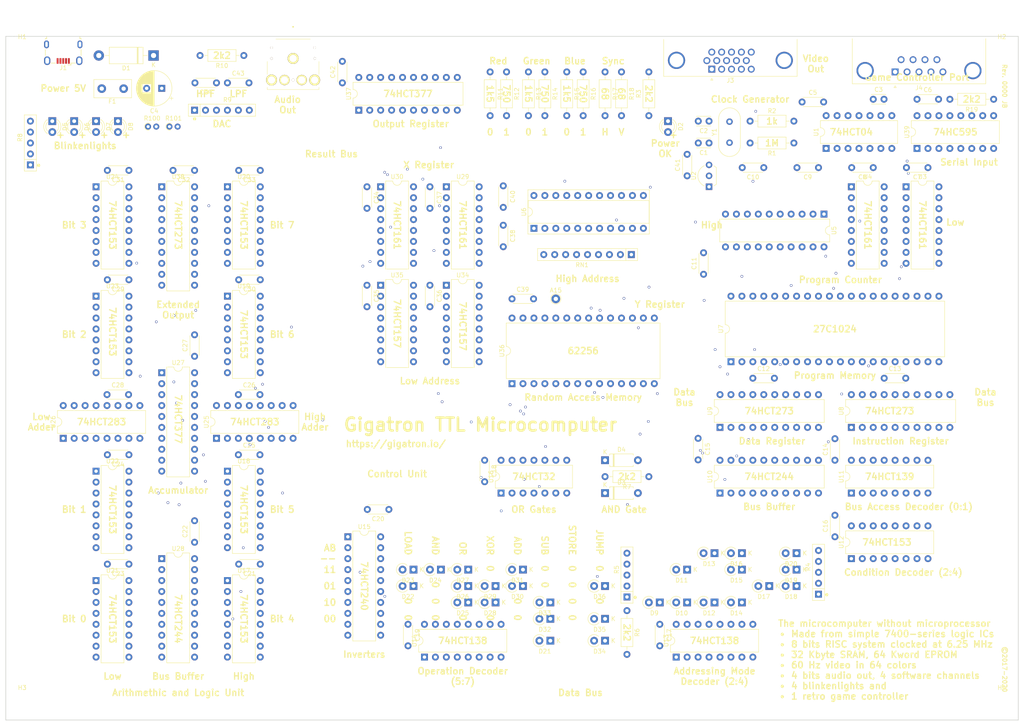
<source format=kicad_pcb>
(kicad_pcb (version 20211014) (generator pcbnew)
  (layers (0 "F.Cu" signal) (31 "B.Cu" signal) (34 "B.Paste" user) (35 "F.Paste" user) (36 "B.SilkS" user "B.Silkscreen") (37 "F.SilkS" user "F.Silkscreen") (38 "B.Mask" user) (39 "F.Mask" user) (44 "Edge.Cuts" user))
  (net 0 "")
  (net 1 "Net-(C1-Pad1)")
  (net 2 "Net-(C2-Pad1)")
  (net 3 "Net-(C3-Pad1)")
  (net 4 "CLK1")
  (net 5 "CLK2")
  (net 6 "BUS0")
  (net 7 "BUS1")
  (net 8 "BUS2")
  (net 9 "BUS3")
  (net 10 "BUS4")
  (net 11 "BUS5")
  (net 12 "BUS6")
  (net 13 "BUS7")
  (net 14 "AC0")
  (net 15 "AC1")
  (net 16 "AC2")
  (net 17 "AC3")
  (net 18 "AC4")
  (net 19 "AC5")
  (net 20 "AC6")
  (net 21 "AC7")
  (net 22 "ALU3")
  (net 23 "ALU2")
  (net 24 "ALU1")
  (net 25 "ALU0")
  (net 26 "~{AE}")
  (net 27 "Y0")
  (net 28 "Y1")
  (net 29 "Y2")
  (net 30 "Y3")
  (net 31 "Y4")
  (net 32 "Y5")
  (net 33 "Y6")
  (net 34 "/RAM/A7")
  (net 35 "/RAM/A6")
  (net 36 "/RAM/A5")
  (net 37 "/RAM/A4")
  (net 38 "/RAM/A3")
  (net 39 "/RAM/A2")
  (net 40 "/RAM/A1")
  (net 41 "/RAM/A0")
  (net 42 "D0")
  (net 43 "D1")
  (net 44 "D2")
  (net 45 "D3")
  (net 46 "X3")
  (net 47 "X2")
  (net 48 "X1")
  (net 49 "X0")
  (net 50 "D4")
  (net 51 "D5")
  (net 52 "D6")
  (net 53 "D7")
  (net 54 "X7")
  (net 55 "X6")
  (net 56 "X5")
  (net 57 "X4")
  (net 58 "/PRG/PC3")
  (net 59 "/PRG/PC2")
  (net 60 "/PRG/PC1")
  (net 61 "/PRG/PC0")
  (net 62 "/PRG/PC7")
  (net 63 "/PRG/PC6")
  (net 64 "/PRG/PC5")
  (net 65 "/PRG/PC4")
  (net 66 "ALU4")
  (net 67 "ALU5")
  (net 68 "ALU6")
  (net 69 "ALU7")
  (net 70 "Net-(U17-Pad7)")
  (net 71 "Net-(U17-Pad9)")
  (net 72 "Net-(U18-Pad9)")
  (net 73 "~{OE}")
  (net 74 "IR0")
  (net 75 "IR1")
  (net 76 "~{DE}")
  (net 77 "~{IE}")
  (net 78 "L")
  (net 79 "H")
  (net 80 "IR2")
  (net 81 "IR3")
  (net 82 "IR4")
  (net 83 "~{PL}")
  (net 84 "~{PH}")
  (net 85 "/PRG/PC11")
  (net 86 "/PRG/PC10")
  (net 87 "/PRG/PC9")
  (net 88 "/PRG/PC8")
  (net 89 "Y7")
  (net 90 "/PRG/PC15")
  (net 91 "/PRG/PC14")
  (net 92 "/PRG/PC13")
  (net 93 "/PRG/PC12")
  (net 94 "~{WE}")
  (net 95 "IR6")
  (net 96 "IR7")
  (net 97 "IR5")
  (net 98 "/PER/RED")
  (net 99 "OUT0")
  (net 100 "OUT1")
  (net 101 "/PER/GREEN")
  (net 102 "OUT2")
  (net 103 "OUT3")
  (net 104 "/PER/BLUE")
  (net 105 "OUT4")
  (net 106 "OUT5")
  (net 107 "/CU/~{J}")
  (net 108 "Net-(D7-Pad2)")
  (net 109 "Net-(D6-Pad2)")
  (net 110 "Net-(D5-Pad2)")
  (net 111 "/CU/INV_C_OUT")
  (net 112 "EL")
  (net 113 "EH")
  (net 114 "/CU/INV_A_IN")
  (net 115 "~{LD}")
  (net 116 "AR3")
  (net 117 "AR2")
  (net 118 "AR1")
  (net 119 "AR0")
  (net 120 "AL")
  (net 121 "CO")
  (net 122 "IX")
  (net 123 "~{XL}")
  (net 124 "~{YL}")
  (net 125 "~{OL}")
  (net 126 "/CU/INV_B_IN")
  (net 127 "/CU/INV_C_IN")
  (net 128 "/CU/INV_B_OUT")
  (net 129 "~{RST}")
  (net 130 "Net-(D5-Pad1)")
  (net 131 "Net-(D6-Pad1)")
  (net 132 "Net-(D7-Pad1)")
  (net 133 "Net-(R1-Pad1)")
  (net 134 "/PCR/+5V")
  (net 135 "Net-(U24-Pad7)")
  (net 136 "/CU/~{BF}")
  (net 137 "Net-(D2-Pad1)")
  (net 138 "Net-(D8-Pad1)")
  (net 139 "Net-(D8-Pad2)")
  (net 140 "Net-(U3-Pad15)")
  (net 141 "Net-(U7-Pad3)")
  (net 142 "Net-(U7-Pad4)")
  (net 143 "Net-(U7-Pad5)")
  (net 144 "Net-(U7-Pad6)")
  (net 145 "Net-(U7-Pad7)")
  (net 146 "Net-(U7-Pad8)")
  (net 147 "Net-(U7-Pad9)")
  (net 148 "Net-(U7-Pad10)")
  (net 149 "Net-(U7-Pad12)")
  (net 150 "Net-(U7-Pad13)")
  (net 151 "Net-(U7-Pad14)")
  (net 152 "Net-(U7-Pad15)")
  (net 153 "Net-(U7-Pad16)")
  (net 154 "Net-(U7-Pad17)")
  (net 155 "Net-(U7-Pad18)")
  (net 156 "Net-(U7-Pad19)")
  (net 157 "Net-(U18-Pad7)")
  (net 158 "Net-(U19-Pad7)")
  (net 159 "Net-(U19-Pad9)")
  (net 160 "Net-(U20-Pad7)")
  (net 161 "Net-(U20-Pad9)")
  (net 162 "Net-(U21-Pad7)")
  (net 163 "Net-(U21-Pad9)")
  (net 164 "Net-(U22-Pad7)")
  (net 165 "Net-(U22-Pad9)")
  (net 166 "Net-(U23-Pad7)")
  (net 167 "Net-(U23-Pad9)")
  (net 168 "Net-(U24-Pad9)")
  (net 169 "Net-(U29-Pad15)")
  (net 170 "Net-(D9-Pad1)")
  (net 171 "Net-(D10-Pad2)")
  (net 172 "Net-(D10-Pad1)")
  (net 173 "Net-(D12-Pad1)")
  (net 174 "Net-(D14-Pad1)")
  (net 175 "Net-(D17-Pad1)")
  (net 176 "Net-(D17-Pad2)")
  (net 177 "Net-(D21-Pad2)")
  (net 178 "Net-(D22-Pad1)")
  (net 179 "Net-(D22-Pad2)")
  (net 180 "Net-(D23-Pad2)")
  (net 181 "Net-(D24-Pad1)")
  (net 182 "Net-(D25-Pad1)")
  (net 183 "Net-(D25-Pad2)")
  (net 184 "Net-(D28-Pad1)")
  (net 185 "Net-(D30-Pad1)")
  (net 186 "Net-(D32-Pad1)")
  (net 187 "Net-(D32-Pad2)")
  (net 188 "Net-(R9-Pad2)")
  (net 189 "Net-(R9-Pad3)")
  (net 190 "Net-(R9-Pad4)")
  (net 191 "Net-(R9-Pad5)")
  (net 192 "Net-(U25-Pad7)")
  (net 193 "SER_DATA")
  (net 194 "OUT7")
  (net 195 "OUT6")
  (net 196 "SER_PULSE")
  (net 197 "SER_LATCH")
  (net 198 "Net-(C43-Pad1)")
  (net 199 "Net-(C44-Pad1)")
  (net 200 "GND")
  (net 201 "VCC")
  (net 222 "unconnected-(U4-Pad15)")
  (net 227 "Net-(U1-Pad10)")
  (net 229 "Net-(U1-Pad12)")
  (footprint "Capacitor_THT:C_Disc_D3.0mm_W2.0mm_P2.50mm" (layer "F.Cu") (at 182.88 48.26 180)
    (fp_text reference "C1")
    (fp_text value "47p")
  )
  (footprint "Capacitor_THT:C_Disc_D3.0mm_W2.0mm_P2.50mm" (layer "F.Cu") (at 182.88 43.18 180)
    (fp_text reference "C2")
    (fp_text value "47p")
  )
  (footprint "Capacitor_THT:C_Disc_D3.0mm_W2.0mm_P2.50mm" (layer "F.Cu") (at 220.98 38.1)
    (fp_text reference "C3")
    (fp_text value "47p")
  )
  (footprint "Resistor_THT:R_Axial_DIN0207_L6.3mm_D2.5mm_P10.16mm_Horizontal" (layer "F.Cu") (at 202.565 48.26 180)
    (fp_text reference "R1")
    (fp_text value "1M")
  )
  (footprint "Resistor_THT:R_Axial_DIN0207_L6.3mm_D2.5mm_P10.16mm_Horizontal" (layer "F.Cu") (at 192.405 43.18)
    (fp_text reference "R2")
    (fp_text value "1k")
  )
  (footprint "Crystal:Crystal_HC49-U_Vertical" (layer "F.Cu") (at 187.63 48.18 90)
    (fp_text reference "Y1")
    (fp_text value "6.25MHz/30pF")
  )
  (footprint "Fuse:Fuse_Littelfuse_395Series" (layer "F.Cu") (at 47.04 35.64 180)
    (fp_text reference "F1")
    (fp_text value "750mA/180mohms/60V")
  )
  (footprint "Connector_Dsub:DSUB-9_Female_Horizontal_P2.77x2.84mm_EdgePinOffset4.94mm_Housed_MountingHolesOffset7.48mm" (layer "F.Cu") (at 226.06 31.75 180)
    (fp_text reference "J4")
    (fp_text value "DB9_MALE_MountingHoles")
  )
  (footprint "LED_THT:LED_D3.0mm" (layer "F.Cu") (at 173.355 43.18 -90)
    (fp_text reference "D2")
    (fp_text value "LED")
  )
  (footprint "LED_THT:LED_D3.0mm" (layer "F.Cu") (at 45.72 43.18 -90)
    (fp_text reference "D8")
    (fp_text value "LED")
  )
  (footprint "LED_THT:LED_D3.0mm" (layer "F.Cu") (at 30.48 43.18 -90)
    (fp_text reference "D5")
    (fp_text value "LED")
  )
  (footprint "LED_THT:LED_D3.0mm" (layer "F.Cu") (at 35.56 43.18 -90)
    (fp_text reference "D6")
    (fp_text value "LED")
  )
  (footprint "LED_THT:LED_D3.0mm" (layer "F.Cu") (at 40.64 43.18 -90)
    (fp_text reference "D7")
    (fp_text value "LED")
  )
  (footprint "Diode_THT:D_A-405_P7.62mm_Horizontal" (layer "F.Cu") (at 158.75 129.54)
    (fp_text reference "D3")
    (fp_text value "1N60P")
  )
  (footprint "Diode_THT:D_A-405_P7.62mm_Horizontal" (layer "F.Cu") (at 158.75 121.92)
    (fp_text reference "D4")
    (fp_text value "1N60P")
  )
  (footprint "Package_TO_SOT_THT:TO-92L_Inline_Wide" (layer "F.Cu") (at 182.88 58.42 90)
    (fp_text reference "U2")
    (fp_text value "MCP100-450DI")
  )
  (footprint "Resistor_THT:R_Axial_DIN0207_L6.3mm_D2.5mm_P10.16mm_Horizontal" (layer "F.Cu") (at 168.91 41.91 90)
    (fp_text reference "R3")
    (fp_text value "2.2k")
  )
  (footprint "Resistor_THT:R_Array_SIP5" (layer "F.Cu") (at 208.28 153.035 90)
    (fp_text reference "R4")
    (fp_text value "4605X-101-222LF")
  )
  (footprint "Resistor_THT:R_Array_SIP5" (layer "F.Cu") (at 163.83 153.67 90)
    (fp_text reference "R5")
    (fp_text value "4605X-101-222LF")
  )
  (footprint "Resistor_THT:R_Axial_DIN0207_L6.3mm_D2.5mm_P10.16mm_Horizontal" (layer "F.Cu") (at 163.83 156.845 -90)
    (fp_text reference "R6")
    (fp_text value "2.2k")
  )
  (footprint "Resistor_THT:R_Axial_DIN0207_L6.3mm_D2.5mm_P10.16mm_Horizontal" (layer "F.Cu") (at 168.91 125.73 180)
    (fp_text reference "R7")
    (fp_text value "2.2k")
  )
  (footprint "Resistor_THT:R_Array_SIP5" (layer "F.Cu") (at 25.4 53.34 90)
    (fp_text reference "R8")
    (fp_text value "4605X-101-222LF")
  )
  (footprint "Resistor_THT:R_Array_SIP6" (layer "F.Cu") (at 63.5 40.64)
    (fp_text reference "R9")
    (fp_text value "R=10kohms")
  )
  (footprint "Resistor_THT:R_Axial_DIN0207_L6.3mm_D2.5mm_P10.16mm_Horizontal" (layer "F.Cu") (at 162.56 31.75 -90)
    (fp_text reference "R18")
    (fp_text value "68")
  )
  (footprint "Resistor_THT:R_Axial_DIN0207_L6.3mm_D2.5mm_P10.16mm_Horizontal" (layer "F.Cu") (at 74.93 27.94 180)
    (fp_text reference "R10")
    (fp_text value "2.2k")
  )
  (footprint "Resistor_THT:R_Axial_DIN0207_L6.3mm_D2.5mm_P10.16mm_Horizontal" (layer "F.Cu") (at 132.08 31.75 -90)
    (fp_text reference "R11")
    (fp_text value "1k5")
  )
  (footprint "Resistor_THT:R_Axial_DIN0207_L6.3mm_D2.5mm_P10.16mm_Horizontal" (layer "F.Cu") (at 135.89 31.75 -90)
    (fp_text reference "R12")
    (fp_text value "750")
  )
  (footprint "Resistor_THT:R_Axial_DIN0207_L6.3mm_D2.5mm_P10.16mm_Horizontal" (layer "F.Cu") (at 140.97 31.75 -90)
    (fp_text reference "R13")
    (fp_text value "1k5")
  )
  (footprint "Resistor_THT:R_Axial_DIN0207_L6.3mm_D2.5mm_P10.16mm_Horizontal" (layer "F.Cu") (at 144.78 31.75 -90)
    (fp_text reference "R14")
    (fp_text value "750")
  )
  (footprint "Resistor_THT:R_Axial_DIN0207_L6.3mm_D2.5mm_P10.16mm_Horizontal" (layer "F.Cu") (at 149.86 31.75 -90)
    (fp_text reference "R15")
    (fp_text value "1k5")
  )
  (footprint "Resistor_THT:R_Axial_DIN0207_L6.3mm_D2.5mm_P10.16mm_Horizontal" (layer "F.Cu") (at 153.67 31.75 -90)
    (fp_text reference "R16")
    (fp_text value "750")
  )
  (footprint "Resistor_THT:R_Axial_DIN0207_L6.3mm_D2.5mm_P10.16mm_Horizontal" (layer "F.Cu") (at 158.75 31.75 -90)
    (fp_text reference "R17")
    (fp_text value "68")
  )
  (footprint "Resistor_THT:R_Axial_DIN0207_L6.3mm_D2.5mm_P10.16mm_Horizontal" (layer "F.Cu") (at 248.92 38.1 180)
    (fp_text reference "R19")
    (fp_text value "2.2k")
  )
  (footprint "Capacitor_THT:C_Disc_D4.3mm_W1.9mm_P5.00mm" (layer "F.Cu") (at 231.14 38.1)
    (fp_text reference "C6")
    (fp_text value ".1µ")
  )
  (footprint "Capacitor_THT:CP_Radial_D8.0mm_P3.50mm" (layer "F.Cu") (at 55.88 35.56 180)
    (fp_text reference "C4")
    (fp_text value "220µ")
  )
  (footprint "Capacitor_THT:C_Disc_D4.3mm_W1.9mm_P5.00mm" (layer "F.Cu") (at 204.47 38.735)
    (fp_text reference "C5")
    (fp_text value ".1µ")
  )
  (footprint "TestPoint:TestPoint_THTPad_D2.0mm_Drill1.0mm" (layer "F.Cu") (at 147.32 84.455)
    (fp_text reference "A15")
    (fp_text value "A15")
  )
  (footprint "Capacitor_THT:C_Disc_D4.3mm_W1.9mm_P5.00mm" (layer "F.Cu") (at 233.68 53.975 180)
    (fp_text reference "C7")
    (fp_text value ".1µ")
  )
  (footprint "Capacitor_THT:C_Disc_D4.3mm_W1.9mm_P5.00mm" (layer "F.Cu") (at 220.98 53.975 180)
    (fp_text reference "C8")
    (fp_text value ".1µ")
  )
  (footprint "Capacitor_THT:C_Disc_D4.3mm_W1.9mm_P5.00mm" (layer "F.Cu") (at 208.28 53.975 180)
    (fp_text reference "C9")
    (fp_text value ".1µ")
  )
  (footprint "Capacitor_THT:C_Disc_D4.3mm_W1.9mm_P5.00mm" (layer "F.Cu") (at 195.58 53.975 180)
    (fp_text reference "C10")
    (fp_text value ".1µ")
  )
  (footprint "Capacitor_THT:C_Disc_D4.3mm_W1.9mm_P5.00mm" (layer "F.Cu") (at 181.61 78.74 90)
    (fp_text reference "C11")
    (fp_text value ".1µ")
  )
  (footprint "Capacitor_THT:C_Disc_D4.3mm_W1.9mm_P5.00mm" (layer "F.Cu") (at 193.04 102.87)
    (fp_text reference "C12")
    (fp_text value ".1µ")
  )
  (footprint "Capacitor_THT:C_Disc_D4.3mm_W1.9mm_P5.00mm" (layer "F.Cu") (at 223.52 102.87)
    (fp_text reference "C13")
    (fp_text value ".1µ")
  )
  (footprint "Capacitor_THT:C_Disc_D4.3mm_W1.9mm_P5.00mm" (layer "F.Cu") (at 212.09 121.92 90)
    (fp_text reference "C14")
    (fp_text value ".1µ")
  )
  (footprint "Capacitor_THT:C_Disc_D4.3mm_W1.9mm_P5.00mm" (layer "F.Cu") (at 180.34 116.84 -90)
    (fp_text reference "C15")
    (fp_text value ".1µ")
  )
  (footprint "Capacitor_THT:C_Disc_D4.3mm_W1.9mm_P5.00mm" (layer "F.Cu") (at 212.09 139.7 90)
    (fp_text reference "C16")
    (fp_text value ".1µ")
  )
  (footprint "Capacitor_THT:C_Disc_D4.3mm_W1.9mm_P5.00mm" (layer "F.Cu") (at 171.45 160.02 -90)
    (fp_text reference "C17")
    (fp_text value ".1µ")
  )
  (footprint "Capacitor_THT:C_Disc_D4.3mm_W1.9mm_P5.00mm" (layer "F.Cu") (at 130.81 121.92 -90)
    (fp_text reference "C18")
    (fp_text value ".1µ")
  )
  (footprint "Capacitor_THT:C_Disc_D4.3mm_W1.9mm_P5.00mm" (layer "F.Cu") (at 113.03 160.02 -90)
    (fp_text reference "C19")
    (fp_text value ".1µ")
  )
  (footprint "Capacitor_THT:C_Disc_D4.3mm_W1.9mm_P5.00mm" (layer "F.Cu") (at 108.585 133.35 180)
    (fp_text reference "C20")
    (fp_text value ".1µ")
  )
  (footprint "Capacitor_THT:C_Disc_D4.3mm_W1.9mm_P5.00mm" (layer "F.Cu") (at 78.74 146.05 180)
    (fp_text reference "C21")
    (fp_text value ".1µ")
  )
  (footprint "Capacitor_THT:C_Disc_D4.3mm_W1.9mm_P5.00mm" (layer "F.Cu") (at 63.5 140.97 90)
    (fp_text reference "C22")
    (fp_text value ".1µ")
  )
  (footprint "Capacitor_THT:C_Disc_D4.3mm_W1.9mm_P5.00mm" (layer "F.Cu") (at 48.26 146.05 180)
    (fp_text reference "C23")
    (fp_text value ".1µ")
  )
  (footprint "Capacitor_THT:C_Disc_D4.3mm_W1.9mm_P5.00mm" (layer "F.Cu") (at 48.26 120.65 180)
    (fp_text reference "C24")
    (fp_text value ".1µ")
  )
  (footprint "Capacitor_THT:C_Disc_D4.3mm_W1.9mm_P5.00mm" (layer "F.Cu") (at 73.66 120.65)
    (fp_text reference "C25")
    (fp_text value ".1µ")
  )
  (footprint "Capacitor_THT:C_Disc_D4.3mm_W1.9mm_P5.00mm" (layer "F.Cu") (at 73.66 106.68)
    (fp_text reference "C26")
    (fp_text value ".1µ")
  )
  (footprint "Capacitor_THT:C_Disc_D4.3mm_W1.9mm_P5.00mm" (layer "F.Cu") (at 63.5 97.79 90)
    (fp_text reference "C27")
    (fp_text value ".1µ")
  )
  (footprint "Capacitor_THT:C_Disc_D4.3mm_W1.9mm_P5.00mm" (layer "F.Cu") (at 43.18 106.68)
    (fp_text reference "C28")
    (fp_text value ".1µ")
  )
  (footprint "Capacitor_THT:C_Disc_D4.3mm_W1.9mm_P5.00mm" (layer "F.Cu") (at 48.26 80.01 180)
    (fp_text reference "C29")
    (fp_text value ".1µ")
  )
  (footprint "Capacitor_THT:C_Disc_D4.3mm_W1.9mm_P5.00mm" (layer "F.Cu") (at 78.74 80.01 180)
    (fp_text reference "C30")
    (fp_text value ".1µ")
  )
  (footprint "Capacitor_THT:C_Disc_D4.3mm_W1.9mm_P5.00mm" (layer "F.Cu") (at 48.26 54.61 180)
    (fp_text reference "C31")
    (fp_text value ".1µ")
  )
  (footprint "Capacitor_THT:C_Disc_D4.3mm_W1.9mm_P5.00mm" (layer "F.Cu") (at 63.5 54.61 180)
    (fp_text reference "C32")
    (fp_text value ".1µ")
  )
  (footprint "Capacitor_THT:C_Disc_D4.3mm_W1.9mm_P5.00mm" (layer "F.Cu") (at 78.74 54.61 180)
    (fp_text reference "C33")
    (fp_text value ".1µ")
  )
  (footprint "Capacitor_THT:C_Disc_D4.3mm_W1.9mm_P5.00mm" (layer "F.Cu") (at 103.505 58.42 -90)
    (fp_text reference "C34")
    (fp_text value ".1µ")
  )
  (footprint "Capacitor_THT:C_Disc_D4.3mm_W1.9mm_P5.00mm" (layer "F.Cu") (at 103.505 81.28 -90)
    (fp_text reference "C35")
    (fp_text value ".1µ")
  )
  (footprint "Capacitor_THT:C_Disc_D4.3mm_W1.9mm_P5.00mm" (layer "F.Cu") (at 118.11 81.28 -90)
    (fp_text reference "C36")
    (fp_text value ".1µ")
  )
  (footprint "Capacitor_THT:C_Disc_D4.3mm_W1.9mm_P5.00mm" (layer "F.Cu") (at 118.11 58.42 -90)
    (fp_text reference "C37")
    (fp_text value ".1µ")
  )
  (footprint "Capacitor_THT:C_Disc_D4.3mm_W1.9mm_P5.00mm" (layer "F.Cu") (at 135.128 67.35 -90)
    (fp_text reference "C38")
    (fp_text value ".1µ")
  )
  (footprint "Capacitor_THT:C_Disc_D4.3mm_W1.9mm_P5.00mm" (layer "F.Cu") (at 137.16 84.455)
    (fp_text reference "C39")
    (fp_text value ".1µ")
  )
  (footprint "Capacitor_THT:C_Disc_D4.3mm_W1.9mm_P5.00mm" (layer "F.Cu") (at 135.128 58.206 -90)
    (fp_text reference "C40")
    (fp_text value ".1µ")
  )
  (footprint "Capacitor_THT:C_Disc_D4.3mm_W1.9mm_P5.00mm" (layer "F.Cu") (at 177.8 55.88 90)
    (fp_text reference "C41")
    (fp_text value ".1µ")
  )
  (footprint "Capacitor_THT:C_Disc_D4.3mm_W1.9mm_P5.00mm" (layer "F.Cu") (at 97.79 34.29 90)
    (fp_text reference "C42")
    (fp_text value ".1µ")
  )
  (footprint "Capacitor_THT:C_Disc_D4.3mm_W1.9mm_P5.00mm" (layer "F.Cu") (at 71.12 34.29)
    (fp_text reference "C43")
    (fp_text value "0.1µ")
  )
  (footprint "Capacitor_THT:C_Disc_D4.3mm_W1.9mm_P5.00mm" (layer "F.Cu") (at 68.58 34.29 180)
    (fp_text reference "C44")
    (fp_text value "0.1µ")
  )
  (footprint "Connector_USB:USB_Micro-B_Wuerth_629105150521" (layer "F.Cu") (at 33.02 27.305 180)
    (fp_text reference "J1")
    (fp_text value "54819-0519")
  )
  (footprint "Connector_Dsub:DSUB-15-HD_Female_Horizontal_P2.29x1.98mm_EdgePinOffset3.03mm_Housed_MountingHolesOffset4.94mm" (layer "F.Cu") (at 183.515 31.115 180)
    (fp_text reference "J3")
    (fp_text value "DB15_FEMALE_HighDensity_MountingHoles")
  )
  (footprint "SamacSys_Parts_l:SJ13523N" (layer "F.Cu") (at 86.36 24.13 -90)
    (fp_text reference "J2")
    (fp_text value "CONN-JACK-STEREO-R/A-3PIN-3.5MM" hide)
  )
  (footprint "Package_DIP:DIP-16_W7.62mm" (layer "F.Cu") (at 71.12 149.86)
    (fp_text reference "U17")
    (fp_text value "74HCT153")
  )
  (footprint "Package_DIP:DIP-16_W7.62mm" (layer "F.Cu") (at 71.12 124.46)
    (fp_text reference "U18")
    (fp_text value "74HCT153")
  )
  (footprint "Package_DIP:DIP-16_W7.62mm" (layer "F.Cu") (at 71.12 83.82)
    (fp_text reference "U19")
    (fp_text value "74HCT153")
  )
  (footprint "Package_DIP:DIP-16_W7.62mm" (layer "F.Cu") (at 71.12 58.42)
    (fp_text reference "U20")
    (fp_text value "74HCT153")
  )
  (footprint "Package_DIP:DIP-16_W7.62mm" (layer "F.Cu") (at 40.64 149.86)
    (fp_text reference "U21")
    (fp_text value "74HCT153")
  )
  (footprint "Package_DIP:DIP-16_W7.62mm" (layer "F.Cu") (at 40.64 124.46)
    (fp_text reference "U22")
    (fp_text value "74HCT153")
  )
  (footprint "Package_DIP:DIP-16_W7.62mm" (layer "F.Cu") (at 40.64 83.82)
    (fp_text reference "U23")
    (fp_text value "74HCT153")
  )
  (footprint "Package_DIP:DIP-16_W7.62mm" (layer "F.Cu") (at 40.64 58.42)
    (fp_text reference "U24")
    (fp_text value "74HCT153")
  )
  (footprint "Package_DIP:DIP-16_W7.62mm" (layer "F.Cu") (at 68.58 116.84 90)
    (fp_text reference "U25")
    (fp_text value "74HCT283")
  )
  (footprint "Package_DIP:DIP-16_W7.62mm" (layer "F.Cu") (at 33.02 116.84 90)
    (fp_text reference "U26")
    (fp_text value "74HCT283")
  )
  (footprint "Package_DIP:DIP-16_W7.62mm" (layer "F.Cu") (at 215.9 129.54 90)
    (fp_text reference "U11")
    (fp_text value "74HCT139")
  )
  (footprint "Package_DIP:DIP-16_W7.62mm" (layer "F.Cu") (at 215.9 144.78 90)
    (fp_text reference "U12")
    (fp_text value "74HCT153")
  )
  (footprint "Package_DIP:DIP-16_W7.62mm" (layer "F.Cu") (at 175.26 167.64 90)
    (fp_text reference "U13")
    (fp_text value "74HCT138")
  )
  (footprint "Package_DIP:DIP-16_W7.62mm" (layer "F.Cu") (at 116.84 167.64 90)
    (fp_text reference "U14")
    (fp_text value "74HCT138")
  )
  (footprint "Package_DIP:DIP-16_W7.62mm" (layer "F.Cu") (at 121.92 58.42)
    (fp_text reference "U29")
    (fp_text value "74HCT161")
  )
  (footprint "Package_DIP:DIP-16_W7.62mm" (layer "F.Cu") (at 106.68 58.42)
    (fp_text reference "U30")
    (fp_text value "74HCT161")
  )
  (footprint "Package_DIP:DIP-16_W7.62mm" (layer "F.Cu") (at 121.92 81.28)
    (fp_text reference "U34")
    (fp_text value "74HCT157")
  )
  (footprint "Package_DIP:DIP-16_W7.62mm" (layer "F.Cu") (at 106.68 81.28)
    (fp_text reference "U35")
    (fp_text value "74HCT157")
  )
  (footprint "Package_DIP:DIP-16_W7.62mm" (layer "F.Cu") (at 228.6 58.42)
    (fp_text reference "U3")
    (fp_text value "74HCT161")
  )
  (footprint "Package_DIP:DIP-16_W7.62mm" (layer "F.Cu") (at 215.9 58.42)
    (fp_text reference "U4")
    (fp_text value "74HCT161")
  )
  (footprint "Package_DIP:DIP-16_W7.62mm" (layer "F.Cu") (at 231.14 49.53 90)
    (fp_text reference "U39")
    (fp_text value "74HC595")
  )
  (footprint "Package_DIP:DIP-28_W15.24mm" (layer "F.Cu") (at 137.16 104.14 90)
    (fp_text reference "U36")
    (fp_text value "HM62256BLP-7")
  )
  (footprint "Package_DIP:DIP-40_W15.24mm" (layer "F.Cu") (at 187.96 99.06 90)
    (fp_text reference "U7")
    (fp_text value "27C1024")
  )
  (footprint "Package_DIP:DIP-14_W7.62mm" (layer "F.Cu") (at 134.62 129.54 90)
    (fp_text reference "U16")
    (fp_text value "74HCT32")
  )
  (footprint "Package_DIP:DIP-20_W7.62mm" (layer "F.Cu") (at 215.9 114.3 90)
    (fp_text reference "U8")
    (fp_text value "74HCT273")
  )
  (footprint "Package_DIP:DIP-20_W7.62mm" (layer "F.Cu") (at 185.42 114.3 90)
    (fp_text reference "U9")
    (fp_text value "74HCT273")
  )
  (footprint "Package_DIP:DIP-20_W7.62mm" (layer "F.Cu") (at 185.42 129.54 90)
    (fp_text reference "U10")
    (fp_text value "74HCT244")
  )
  (footprint "Package_DIP:DIP-20_W7.62mm" (layer "F.Cu") (at 99.06 139.7)
    (fp_text reference "U15")
    (fp_text value "74HCT240")
  )
  (footprint "Package_DIP:DIP-20_W7.62mm" (layer "F.Cu") (at 55.88 144.78)
    (fp_text reference "U28")
    (fp_text value "74HCT244")
  )
  (footprint "Package_DIP:DIP-20_W7.62mm" (layer "F.Cu") (at 55.88 101.6)
    (fp_text reference "U27")
    (fp_text value "74HCT377")
  )
  (footprint "Package_DIP:DIP-20_W7.62mm" (layer "F.Cu") (at 55.88 58.42)
    (fp_text reference "U38")
    (fp_text value "74HCT273")
  )
  (footprint "Package_DIP:DIP-20_W7.62mm" (layer "F.Cu") (at 101.6 40.64 90)
    (fp_text reference "U37")
    (fp_text value "74HCT377")
  )
  (footprint "Diode_THT:D_DO-15_P12.70mm_Horizontal" (layer "F.Cu") (at 53.975 27.94 180)
    (fp_text reference "D1")
    (fp_text value "5.6V/5W")
  )
  (footprint "Diode_THT:D_A-405_P2.54mm_Vertical_KathodeUp" (layer "F.Cu") (at 114.3 147.32 180)
    (fp_text reference "D23")
    (fp_text value "1N60P")
  )
  (footprint "Diode_THT:D_A-405_P2.54mm_Vertical_KathodeUp" (layer "F.Cu") (at 114.3 151.13 180)
    (fp_text reference "D22")
    (fp_text value "1N60P")
  )
  (footprint "Diode_THT:D_A-405_P2.54mm_Vertical_KathodeUp" (layer "F.Cu") (at 120.65 147.32 180)
    (fp_text reference "D24")
    (fp_text value "1N60P")
  )
  (footprint "Diode_THT:D_A-405_P2.54mm_Vertical_KathodeUp" (layer "F.Cu") (at 127 154.94 180)
    (fp_text reference "D25")
    (fp_text value "1N60P")
  )
  (footprint "Diode_THT:D_A-405_P2.54mm_Vertical_KathodeUp" (layer "F.Cu") (at 127 151.13 180)
    (fp_text reference "D26")
    (fp_text value "1N60P")
  )
  (footprint "Diode_THT:D_A-405_P2.54mm_Vertical_KathodeUp" (layer "F.Cu") (at 127 147.32 180)
    (fp_text reference "D27")
    (fp_text value "1N60P")
  )
  (footprint "Diode_THT:D_A-405_P2.54mm_Vertical_KathodeUp" (layer "F.Cu") (at 133.35 154.94 180)
    (fp_text reference "D28")
    (fp_text value "1N60P")
  )
  (footprint "Diode_THT:D_A-405_P2.54mm_Vertical_KathodeUp" (layer "F.Cu") (at 133.35 151.13 180)
    (fp_text reference "D29")
    (fp_text value "1N60P")
  )
  (footprint "Diode_THT:D_A-405_P2.54mm_Vertical_KathodeUp" (layer "F.Cu") (at 139.7 151.13 180)
    (fp_text reference "D30")
    (fp_text value "1N60P")
  )
  (footprint "Diode_THT:D_A-405_P2.54mm_Vertical_KathodeUp" (layer "F.Cu") (at 139.7 147.32 180)
    (fp_text reference "D31")
    (fp_text value "1N60P")
  )
  (footprint "Diode_THT:D_A-405_P2.54mm_Vertical_KathodeUp" (layer "F.Cu") (at 146.05 163.83 180)
    (fp_text reference "D21")
    (fp_text value "1N60P")
  )
  (footprint "Diode_THT:D_A-405_P2.54mm_Vertical_KathodeUp" (layer "F.Cu") (at 146.05 158.75 180)
    (fp_text reference "D32")
    (fp_text value "1N60P")
  )
  (footprint "Diode_THT:D_A-405_P2.54mm_Vertical_KathodeUp" (layer "F.Cu") (at 146.05 154.94 180)
    (fp_text reference "D33")
    (fp_text value "1N60P")
  )
  (footprint "Diode_THT:D_A-405_P2.54mm_Vertical_KathodeUp" (layer "F.Cu") (at 158.75 163.83 180)
    (fp_text reference "D34")
    (fp_text value "1N60P")
  )
  (footprint "Diode_THT:D_A-405_P2.54mm_Vertical_KathodeUp" (layer "F.Cu") (at 158.75 158.75 180)
    (fp_text reference "D35")
    (fp_text value "1N60P")
  )
  (footprint "Diode_THT:D_A-405_P2.54mm_Vertical_KathodeUp" (layer "F.Cu") (at 158.75 151.13 180)
    (fp_text reference "D36")
    (fp_text value "1N60P")
  )
  (footprint "Diode_THT:D_A-405_P2.54mm_Vertical_KathodeUp" (layer "F.Cu") (at 171.45 154.94 180)
    (fp_text reference "D9")
    (fp_text value "1N60P")
  )
  (footprint "Diode_THT:D_A-405_P2.54mm_Vertical_KathodeUp" (layer "F.Cu") (at 177.8 154.94 180)
    (fp_text reference "D10")
    (fp_text value "1N60P")
  )
  (footprint "Diode_THT:D_A-405_P2.54mm_Vertical_KathodeUp" (layer "F.Cu") (at 177.8 147.32 180)
    (fp_text reference "D11")
    (fp_text value "1N60P")
  )
  (footprint "Diode_THT:D_A-405_P2.54mm_Vertical_KathodeUp" (layer "F.Cu") (at 184.15 154.94 180)
    (fp_text reference "D12")
    (fp_text value "1N60P")
  )
  (footprint "Diode_THT:D_A-405_P2.54mm_Vertical_KathodeUp" (layer "F.Cu") (at 184.15 143.51 180)
    (fp_text reference "D13")
    (fp_text value "1N60P")
  )
  (footprint "Diode_THT:D_A-405_P2.54mm_Vertical_KathodeUp" (layer "F.Cu") (at 190.5 147.32 180)
    (fp_text reference "D15")
    (fp_text value "1N60P")
  )
  (footprint "Diode_THT:D_A-405_P2.54mm_Vertical_KathodeUp" (layer "F.Cu") (at 190.5 143.51 180)
    (fp_text reference "D16")
    (fp_text value "1N60P")
  )
  (footprint "Diode_THT:D_A-405_P2.54mm_Vertical_KathodeUp" (layer "F.Cu") (at 196.85 151.13 180)
    (fp_text reference "D17")
    (fp_text value "1N60P")
  )
  (footprint "Diode_THT:D_A-405_P2.54mm_Vertical_KathodeUp" (layer "F.Cu") (at 203.2 151.13 180)
    (fp_text reference "D18")
    (fp_text value "1N60P")
  )
  (footprint "Diode_THT:D_A-405_P2.54mm_Vertical_KathodeUp" (layer "F.Cu") (at 203.2 147.32 180)
    (fp_text reference "D19")
    (fp_text value "1N60P")
  )
  (footprint "Diode_THT:D_A-405_P2.54mm_Vertical_KathodeUp" (layer "F.Cu") (at 203.2 143.51 180)
    (fp_text reference "D20")
    (fp_text value "1N60P")
  )
  (footprint "Diode_THT:D_A-405_P2.54mm_Vertical_KathodeUp" (layer "F.Cu") (at 190.5 154.94 180)
    (fp_text reference "D14")
    (fp_text value "1N60P")
  )
  (footprint "Resistor_THT:R_Axial_DIN0204_L3.6mm_D1.6mm_P1.90mm_Vertical" (layer "F.Cu") (at 52.705 44.45)
    (fp_text reference "R100")
    (fp_text value "1K")
  )
  (footprint "Resistor_THT:R_Axial_DIN0204_L3.6mm_D1.6mm_P1.90mm_Vertical" (layer "F.Cu") (at 57.665 44.45)
    (fp_text reference "R101")
    (fp_text value "1K")
  )
  (footprint "MountingHole:MountingHole_2.7mm_M2.5" (layer "F.Cu") (at 23.495 27.305)
    (fp_text reference "H1")
    (fp_text value "MountingHole")
  )
  (footprint "MountingHole:MountingHole_2.7mm_M2.5" (layer "F.Cu") (at 250.825 27.305)
    (fp_text reference "H2")
    (fp_text value "MountingHole")
  )
  (footprint "MountingHole:MountingHole_2.7mm_M2.5" (layer "F.Cu") (at 23.495 178.435)
    (fp_text reference "H3")
    (fp_text value "MountingHole")
  )
  (footprint "MountingHole:MountingHole_2.7mm_M2.5" (layer "F.Cu") (at 250.825 178.435)
    (fp_text reference "H4")
    (fp_text value "MountingHole")
  )
  (footprint "Package_DIP:DIP-22_W7.62mm_Socket" (layer "F.Cu") (at 142.24 68.072 90)
    (fp_text reference "U6")
    (fp_text value "74HCT374")
  )
  (footprint "Resistor_THT:R_Array_SIP9" (layer "F.Cu") (at 164.846 74.168 180)
    (fp_text reference "RN1")
    (fp_text value "R_Network08")
  )
  (footprint "Package_DIP:DIP-14_W7.62mm" (layer "F.Cu") (at 210.053 49.52 90)
    (fp_text reference "U1")
    (fp_text value "74HCT04")
  )
  (footprint "Package_DIP:DIP-20_W7.62mm" (layer "F.Cu") (at 209.55 64.77 -90)
    (fp_text reference "U5")
    (fp_text value "74HCT273")
  )
  (gr_line (start 21.59 23.495) (end 254.635 23.495) (layer "Edge.Cuts") (width 0.15))
  (gr_line (start 254.635 23.495) (end 254.635 182.245) (layer "Edge.Cuts") (width 0.15))
  (gr_line (start 19.685 182.245) (end 19.685 23.495) (layer "Edge.Cuts") (width 0.15))
  (gr_line (start 254.635 182.245) (end 19.685 182.245) (layer "Edge.Cuts") (width 0.15))
  (gr_line (start 19.685 23.495) (end 21.59 23.495) (layer "Edge.Cuts") (width 0.15))
  (gr_text "Blue" (at 151.765 29.21) (layer "F.SilkS") (effects (font (size 1.5 1.5) (thickness 0.3))))
  (gr_text "Clock Generator" (at 192.405 38.1) (layer "F.SilkS") (effects (font (size 1.5 1.5) (thickness 0.3))))
  (gr_text "0" (at 119.38 159.385 270) (layer "F.SilkS") (effects (font (size 1.5 1.5) (thickness 0.3)) (justify right)))
  (gr_text "62256" (at 153.67 96.52) (layer "F.SilkS") (effects (font (size 1.5 1.5) (thickness 0.3))))
  (gr_text "LPF" (at 73.66 36.83) (layer "F.SilkS") (effects (font (size 1.5 1.5) (thickness 0.3))))
  (gr_text "Power\nOK" (at 172.72 49.53) (layer "F.SilkS") (effects (font (size 1.5 1.5) (thickness 0.3))))
  (gr_text "74HCT32" (at 142.24 125.73) (layer "F.SilkS") (effects (font (size 1.5 1.5) (thickness 0.3))))
  (gr_text "74HCT153" (at 74.93 133.35 270) (layer "F.SilkS") (effects (font (size 1.5 1.5) (thickness 0.3))))
  (gr_text "Data\nBus" (at 177.165 107.315) (layer "F.SilkS") (effects (font (size 1.5 1.5) (thickness 0.3))))
  (gr_text "Low" (at 44.45 172.085) (layer "F.SilkS") (effects (font (size 1.5 1.5) (thickness 0.3))))
  (gr_text "Bit 0" (at 35.56 158.75) (layer "F.SilkS") (effects (font (size 1.5 1.5) (thickness 0.3))))
  (gr_text "Low\nAdder" (at 27.94 113.03) (layer "F.SilkS") (effects (font (size 1.5 1.5) (thickness 0.3))))
  (gr_text "0" (at 132.08 45.72) (layer "F.SilkS") (effects (font (size 1.5 1.5) (thickness 0.3))))
  (gr_text "Data\nBus" (at 247.015 107.315) (layer "F.SilkS") (effects (font (size 1.5 1.5) (thickness 0.3))))
  (gr_text "74HCT273" (at 196.85 110.49) (layer "F.SilkS") (effects (font (size 1.5 1.5) (thickness 0.3))))
  (gr_text "Control Unit" (at 110.49 125.095) (layer "F.SilkS") (effects (font (size 1.5 1.5) (thickness 0.3))))
  (gr_text "74HCT283" (at 77.47 113.03) (layer "F.SilkS") (effects (font (size 1.5 1.5) (thickness 0.3))))
  (gr_text "Bit 5" (at 83.82 133.35) (layer "F.SilkS") (effects (font (size 1.5 1.5) (thickness 0.3))))
  (gr_text "Output Register" (at 113.665 43.815) (layer "F.SilkS") (effects (font (size 1.5 1.5) (thickness 0.3))))
  (gr_text "0" (at 138.43 155.575 270) (layer "F.SilkS") (effects (font (size 1.5 1.5) (thickness 0.3)) (justify right)))
  (gr_text "2k2" (at 163.83 125.73) (layer "F.SilkS") (effects (font (size 1.5 1.5) (thickness 0.3))))
  (gr_text "AND" (at 119.38 144.145 270) (layer "F.SilkS") (effects (font (size 1.5 1.5) (thickness 0.3)) (justify right)))
  (gr_text "Y Register" (at 171.45 85.725) (layer "F.SilkS") (effects (font (size 1.5 1.5) (thickness 0.3))))
  (gr_text "Green" (at 142.875 29.21) (layer "F.SilkS") (effects (font (size 1.5 1.5) (thickness 0.3))))
  (gr_text "0" (at 151.13 159.385 270) (layer "F.SilkS") (effects (font (size 1.5 1.5) (thickness 0.3)) (justify right)))
  (gr_text "XOR" (at 132.08 144.145 270) (layer "F.SilkS") (effects (font (size 1.5 1.5) (thickness 0.3)) (justify right)))
  (gr_text "Bit 7" (at 83.82 67.31) (layer "F.SilkS") (effects (font (size 1.5 1.5) (thickness 0.3))))
  (gr_text "74HCT157" (at 125.73 90.805 270) (layer "F.SilkS") (effects (font (size 1.5 1.5) (thickness 0.3))))
  (gr_text "74HCT161" (at 110.49 67.31 270) (layer "F.SilkS") (effects (font (size 1.5 1.5) (thickness 0.3))))
  (gr_text "74HCT161" (at 219.71 67.31 270) (layer "F.SilkS") (effects (font (size 1.5 1.5) (thickness 0.3))))
  (gr_text "X Register" (at 111.76 53.34) (layer "F.SilkS") (effects (font (size 1.5 1.5) (thickness 0.3)) (justify left)))
  (gr_text "1k5" (at 132.08 36.83 270) (layer "F.SilkS") (effects (font (size 1.5 1.5) (thickness 0.3))))
  (gr_text "LOAD" (at 113.03 144.145 270) (layer "F.SilkS") (effects (font (size 1.5 1.5) (thickness 0.3)) (justify right)))
  (gr_text "0" (at 144.78 147.955 270) (layer "F.SilkS") (effects (font (size 1.5 1.5) (thickness 0.3)) (justify right)))
  (gr_text "Bit 6" (at 83.82 92.71) (layer "F.SilkS") (effects (font (size 1.5 1.5) (thickness 0.3))))
  (gr_text "The microcomputer without microprocessor\n• Made from simple 7400-series logic ICs\n• 8 bits RISC system clocked at 6.25 MHz\n• 32 Kbyte SRAM, 64 Kword EPROM\n• 60 Hz video in 64 colors\n• 4 bits audio out, 4 software channels\n• 4 blinkenlights and\n• 1 retro game controller\n" (at 198.755 168.275) (layer "F.SilkS") (effects (font (size 1.5 1.5) (thickness 0.3)) (justify left)))
  (gr_text "Serial Input" (at 243.205 52.705) (layer "F.SilkS") (effects (font (size 1.5 1.5) (thickness 0.3))))
  (gr_text "0" (at 140.97 45.72) (layer "F.SilkS") (effects (font (size 1.5 1.5) (thickness 0.3))))
  (gr_text "+" (at 42.545 46.355) (layer "F.SilkS") (effects (font (size 1.5 1.5) (thickness 0.3))))
  (gr_text "2k2" (at 168.91 36.83 270) (layer "F.SilkS") (effects (font (size 1.5 1.5) (thickness 0.3))))
  (gr_text "High Address" (at 154.686 79.756) (layer "F.SilkS") (effects (font (size 1.5 1.5) (thickness 0.3))))
  (gr_text "74HCT153" (at 74.93 67.31 270) (layer "F.SilkS") (effects (font (size 1.5 1.5) (thickness 0.3))))
  (gr_text "https://gigatron.io/" (at 98.425 118.11) (layer "F.SilkS") (effects (font (size 1.5 1.5) (thickness 0.3)) (justify left)))
  (gr_text "Program Memory" (at 212.09 102.235) (layer "F.SilkS") (effects (font (size 1.5 1.5) (thickness 0.3))))
  (gr_text "2k2" (at 163.83 161.925 270) (layer "F.SilkS") (effects (font (size 1.5 1.5) (thickness 0.3))))
  (gr_text "Data Bus" (at 153.035 175.895) (layer "F.SilkS") (effects (font (size 1.5 1.5) (thickness 0.3))))
  (gr_text "0" (at 157.48 155.575 270) (layer "F.SilkS") (effects (font (size 1.5 1.5) (thickness 0.3)) (justify right)))
  (gr_text "SUB" (at 144.78 144.145 270) (layer "F.SilkS") (effects (font (size 1.5 1.5) (thickness 0.3)) (justify right)))
  (gr_text "Condition Decoder (2:4)" (at 227.965 147.955) (layer "F.SilkS") (effects (font (size 1.5 1.5) (thickness 0.3))))
  (gr_text "0" (at 132.08 159.385 270) (layer "F.SilkS") (effects (font (size 1.5 1.5) (thickness 0.3)) (justify right)))
  (gr_text "74HCT153" (at 74.93 158.75 270) (layer "F.SilkS") (effects (font (size 1.5 1.5) (thickness 0.3))))
  (gr_text "1k" (at 197.485 43.18) (layer "F.SilkS") (effects (font (size 1.5 1.5) (thickness 0.3))))
  (gr_text "Bit 3" (at 35.56 67.31) (layer "F.SilkS") (effects (font (size 1.5 1.5) (thickness 0.3))))
  (gr_text "74HCT138" (at 184.15 163.83) (layer "F.SilkS") (effects (font (size 1.5 1.5) (thickness 0.3))))
  (gr_text "Data Register\n" (at 197.485 117.475) (layer "F.SilkS") (effects (font (size 1.5 1.5) (thickness 0.3))))
  (gr_text "ADD" (at 138.43 144.145 270) (layer "F.SilkS") (effects (font (size 1.5 1.5) (thickness 0.3)) (justify right)))
  (gr_text "Blinkenlights" (at 38.1 48.895) (layer "F.SilkS") (effects (font (size 1.5 1.5) (thickness 0.3))))
  (gr_text "•" (at 210.185 153.035) (layer "F.SilkS") (effects (font (size 1.5 1.5) (thickness 0.3))))
  (gr_text "Bit 2" (at 35.56 92.71) (layer "F.SilkS") (effects (font (size 1.5 1.5) (thickness 0.3))))
  (gr_text "750" (at 135.89 36.83 270) (layer "F.SilkS") (effects (font (size 1.5 1.5) (thickness 0.3))))
  (gr_text "74HCT138" (at 125.73 163.83) (layer "F.SilkS") (effects (font (size 1.5 1.5) (thickness 0.3))))
  (gr_text "•" (at 63.5 42.545) (layer "F.SilkS") (effects (font (size 1.5 1.5) (thickness 0.3))))
  (gr_text "OR" (at 125.73 144.145 270) (layer "F.SilkS") (effects (font (size 1.5 1.5) (thickness 0.3)) (justify right)))
  (gr_text "74HCT153" (at 44.45 133.35 270) (layer "F.SilkS") (effects (font (size 1.5 1.5) (thickness 0.3))))
  (gr_text "0" (at 113.03 155.575 270) (layer "F.SilkS") (effects (font (size 1.5 1.5) (thickness 0.3)) (justify right)))
  (gr_text "Rev. 0000 JB" (at 251.46 29.845 270) (layer "F.SilkS") (effects (font (size 1 1) (thickness 0.2)) (justify left)))
  (gr_text "10" (at 96.52 154.94) (layer "F.SilkS") (effects (font (size 1.5 1.5) (thickness 0.3)) (justify right)))
  (gr_text "©2017-2020" (at 251.46 175.895 270) (layer "F.SilkS") (effects (font (size 1 1) (thickness 0.2)) (justify right)))
  (gr_text "74HCT244" (at 196.85 125.73) (layer "F.SilkS") (effects (font (size 1.5 1.5) (thickness 0.3))))
  (gr_text "Sync" (at 160.655 29.21) (layer "F.SilkS") (effects (font (size 1.5 1.5) (thickness 0.3))))
  (gr_text "AB\n--" (at 96.52 143.51) (layer "F.SilkS") (effects (font (size 1.5 1.5) (thickness 0.3)) (justify right)))
  (gr_text "74HC595" (at 240.03 45.72) (layer "F.SilkS") (effects (font (size 1.5 1.5) (thickness 0.3))))
  (gr_text "Low Address" (at 118.11 103.505) (layer "F.SilkS") (effects (font (size 1.5 1.5) (thickness 0.3))))
  (gr_text "00" (at 96.52 158.75) (layer "F.SilkS") (effects (font (size 1.5 1.5) (thickness 0.3)) (justify right)))
  (gr_text "1k5" (at 149.86 36.83 270) (layer "F.SilkS") (effects (font (size 1.5 1.5) (thickness 0.3))))
  (gr_text "Game Controller Port" (at 231.14 33.02) (layer "F.SilkS") (effects (font (size 1.5 1.5) (thickness 0.3))))
  (gr_text "74HCT161" (at 125.73 67.31 270) (layer "F.SilkS") (effects (font (size 1.5 1.5) (thickness 0.3))))
  (gr_text "0" (at 151.13 151.765 270) (layer "F.SilkS") (effects (font (size 1.5 1.5) (thickness 0.3)) (justify right)))
  (gr_text "Bus Buffer" (at 196.85 132.715) (layer "F.SilkS") (effects (font (size 1.5 1.5) (thickness 0.3))))
  (gr_text "Inverters" (at 102.87 167.005) (layer "F.SilkS") (effects (font (size 1.5 1.5) (thickness 0.3))))
  (gr_text "1" (at 153.67 45.72) (layer "F.SilkS") (effects (font (size 1.5 1.5) (thickness 0.3))))
  (gr_text "Arithmethic and Logic Unit" (at 59.69 175.895) (layer "F.SilkS") (effects (font (size 1.5 1.5) (thickness 0.3))))
  (gr_text "0" (at 151.13 155.575 270) (layer "F.SilkS") (effects (font (size 1.5 1.5) (thickness 0.3)) (justify right)))
  (gr_text "Operation Decoder\n(5:7)" (at 125.73 172.085) (layer "F.SilkS") (effects (font (size 1.5 1.5) (thickness 0.3))))
  (gr_text "JUMP" (at 157.48 144.145 270) (layer "F.SilkS") (effects (font (size 1.5 1.5) (thickness 0.3)) (justify right)))
  (gr_text "H" (at 158.75 45.72) (layer "F.SilkS") (effects (font (size 1.5 1.5) (thickness 0.3))))
  (gr_text "Red" (at 133.985 29.21) (layer "F.SilkS") (effects (font (size 1.5 1.5) (thickness 0.3))))
  (gr_text "+" (at 37.465 46.355) (layer "F.SilkS") (effects (font (size 1.5 1.5) (thickness 0.3))))
  (gr_text "0" (at 119.38 155.575 270) (layer "F.SilkS") (effects (font (size 1.5 1.5) (thickness 0.3)) (justify right)))
  (gr_text "74HCT04" (at 215.9 45.72) (layer "F.SilkS") (effects (font (size 1.5 1.5) (thickness 0.3))))
  (gr_text "1k5" (at 140.97 36.83 270) (layer "F.SilkS") (effects (font (size 1.5 1.5) (thickness 0.3))))
  (gr_text "1M" (at 197.485 48.26) (layer "F.SilkS") (effects (font (size 1.5 1.5) (thickness 0.3))))
  (gr_text "Bus Access Decoder (0:1)" (at 229.235 132.715) (layer "F.SilkS") (effects (font (size 1.5 1.5) (thickness 0.3))))
  (gr_text "Bit 4" (at 83.82 158.75) (layer "F.SilkS") (effects (font (size 1.5 1.5) (thickness 0.3))))
  (gr_text "74HCT139" (at 224.79 125.73) (layer "F.SilkS") (effects (font (size 1.5 1.5) (thickness 0.3))))
  (gr_text "74HCT153" (at 224.155 140.97) (layer "F.SilkS") (effects (font (size 1.5 1.5) (thickness 0.3))))
  (gr_text "0" (at 132.08 147.955 270) (layer "F.SilkS") (effects (font (size 1.5 1.5) (thickness 0.3)) (justify right)))
  (gr_text "Audio\nOut" (at 85.09 39.37) (layer "F.SilkS") (effects (font (size 1.5 1.5) (thickness 0.3))))
  (gr_text "OR Gates" (at 142.24 133.35) (layer "F.SilkS") (effects (font (size 1.5 1.5) (thickness 0.3))))
  (gr_text "High" (at 74.93 172.085) (layer "F.SilkS") (effects (font (size 1.5 1.5) (thickness 0.3))))
  (gr_text "High" (at 183.515 67.31) (layer "F.SilkS") (effects (font (size 1.5 1.5) (thickness 0.3))))
  (gr_text "74HCT244" (at 59.69 158.75 270) (layer "F.SilkS") (effects (font (size 1.5 1.5) (thickness 0.3))))
  (gr_text "DAC" (at 69.85 43.815) (layer "F.SilkS") (effects (font (size 1.5 1.5) (thickness 0.3))))
  (gr_text "74HCT283" (at 41.91 113.03) (layer "F.SilkS") (effects (font (size 1.5 1.5) (thickness 0.3))))
  (gr_text "0" (at 151.13 147.955 270) (layer "F.SilkS") (effects (font (size 1.5 1.5) (thickness 0.3)) (justify right)))
  (gr_text "01" (at 96.52 151.13) (layer "F.SilkS") (effects (font (size 1.5 1.5) (thickness 0.3)) (justify right)))
  (gr_text "Program Counter" (at 213.36 80.01) (layer "F.SilkS") (effects (font (size 1.5 1.5) (thickness 0.3))))
  (gr_text "Gigatron TTL Microcomputer" (at 97.79 113.665) (layer "F.SilkS") (effects (font (size 3 3) (thickness 0.6)) (justify left)))
  (gr_text "STORE" (at 151.13 144.145 270) (layer "F.SilkS") (effects (font (size 1.5 1.5) (thickness 0.3)) (justify right)))
  (gr_text "68" (at 158.75 36.83 270) (layer "F.SilkS") (effects (font (size 1.5 1.5) (thickness 0.3))))
  (gr_text "+" (at 32.385 46.355) (layer "F.SilkS") (effects (font (size 1.5 1.5) (thickness 0.3))))
  (gr_text "750" (at 144.78 36.83 270) (layer "F.SilkS") (effects (font (size 1.5 1.5) (thickness 0.3))))
  (gr_text "74HCT273" (at 59.69 67.31 270) (layer "F.SilkS") (effects (font (size 1.5 1.5) (thickness 0.3))))
  (gr_text "0" (at 119.38 151.765 270) (layer "F.SilkS") (effects (font (size 1.5 1.5) (thickness 0.3)) (justify right)))
  (gr_text "+" (at 47.625 46.355) (layer "F.SilkS") (effects (font (size 1.5 1.5) (thickness 0.3))))
  (gr_text "74HCT161" (at 232.41 67.31 270) (layer "F.SilkS") (effects (font (size 1.5 1.5) (thickness 0.3))))
  (gr_text "Video\nOut" (at 207.645 29.845) (layer "F.SilkS") (effects (font (size 1.5 1.5) (thickness 0.3))))
  (gr_text "Power 5V" (at 33.02 35.56) (layer "F.SilkS") (effects (font (size 1.5 1.5) (thickness 0.3))))
  (gr_text "74HCT153" (at 74.93 92.71 270) (layer "F.SilkS") (effects (font (size 1.5 1.5) (thickness 0.3))))
  (gr_text "Addressing Mode\nDecoder (2:4)" (at 184.15 172.085) (layer "F.SilkS") (effects (font (size 1.5 1.5) (thickness 0.3))))
  (gr_text "Bus Buffer" (at 59.69 172.085) (layer "F.SilkS") (effects (font (size 1.5 1.5) (thickness 0.3))))
  (gr_text "74HCT377" (at 113.03 36.83) (layer "F.SilkS") (effects (font (size 1.5 1.5) (thickness 0.3))))
  (gr_text "Bit 1" (at 35.56 133.35) (layer "F.SilkS") (effects (font (size 1.5 1.5) (thickness 0.3))))
  (gr_text "11" (at 96.52 147.32) (layer "F.SilkS") (effects (font (size 1.5 1.5) (thickness 0.3)) (justify right)))
  (gr_text "Result Bus" (at 95.25 50.8) (layer "F.SilkS") (effects (font (size 1.5 1.5) (thickness 0.3))))
  (gr_text "HPF" (at 66.04 36.83) (layer "F.SilkS") (effects (font (size 1.5 1.5) (thickness 0.3))))
  (gr_text "Instruction Register" (at 227.33 117.475) (layer "F.SilkS") (effects (font (size 1.5 1.5) (thickness 0.3))))
  (gr_text "74HCT153" (at 44.45 158.75 270) (layer "F.SilkS") (effects (font (size 1.5 1.5) (thickness 0.3))))
  (gr_text "0" (at 125.73 159.385 270) (layer "F.SilkS") (effects (font (size 1.5 1.5) (thickness 0.3)) (justify right)))
  (gr_text "High\nAdder" (at 91.44 113.03) (layer "F.SilkS") (effects (font (size 1.5 1.5) (thickness 0.3))))
  (gr_text "68" (at 162.56 36.83 270) (layer "F.SilkS") (effects (font (size 1.5 1.5) (thickness 0.3))))
  (gr_text "2k2" (at 243.84 38.1) (layer "F.SilkS") (effects (font (size 1.5 1.5) (thickness 0.3))))
  (gr_text "2k2" (at 69.85 27.94) (layer "F.SilkS") (effects (font (size 1.5 1.5) (thickness 0.3))))
  (gr_text "74HCT157" (at 110.49 90.17 270) (layer "F.SilkS") (effects (font (size 1.5 1.5) (thickness 0.3))))
  (gr_text "0" (at 138.43 159.385 270) (layer "F.SilkS") (effects (font (size 1.5 1.5) (thickness 0.3)) (justify right)))
  (gr_text "0" (at 157.48 147.955 270) (layer "F.SilkS") (effects (font (size 1.5 1.5) (thickness 0.3)) (justify right)))
  (gr_text "0" (at 149.86 45.72) (layer "F.SilkS") (effects (font (size 1.5 1.5) (thickness 0.3))))
  (gr_text "Random Access Memory" (at 153.67 107.315) (layer "F.SilkS") (effects (font (size 1.5 1.5) (thickness 0.3))))
  (gr_text "Low" (at 240.03 66.675) (layer "F.SilkS") (effects (font (size 1.5 1.5) (thickness 0.3))))
  (gr_text "27C1024" (at 212.09 91.44) (layer "F.SilkS") (effects (font (size 1.5 1.5) (thickness 0.3))))
  (gr_text "1" (at 135.89 45.72) (layer "F.SilkS") (effects (font (size 1.5 1.5) (thickness 0.3))))
  (gr_text "74HCT153" (at 44.45 92.075 270) (layer "F.SilkS") (effects (font (size 1.5 1.5) (thickness 0.3))))
  (gr_text "0" (at 113.03 159.385 270) (layer "F.SilkS") (effects (font (size 1.5 1.5) (thickness 0.3)) (justify right)))
  (gr_text "AND Gate\n" (at 163.195 133.35) (layer "F.SilkS") (effects (font (size 1.5 1.5) (thickness 0.3))))
  (gr_text "1" (at 144.78 45.72) (layer "F.SilkS") (effects (font (size 1.5 1.5) (thickness 0.3))))
  (gr_text "74HCT273" (at 224.79 110.49) (layer "F.SilkS") (effects (font (size 1.5 1.5) (thickness 0.3))))
  (gr_text "74HCT240" (at 102.87 151.13 270) (layer "F.SilkS") (effects (font (size 1.5 1.5) (thickness 0.3))))
  (gr_text "+" (at 174.625 46.355) (layer "F.SilkS") (effects (font (size 1.5 1.5) (thickness 0.3))))
  (gr_text "•" (at 165.735 153.67) (layer "F.SilkS") (effects (font (size 1.5 1.5) (thickness 0.3))))
  (gr_text "0" (at 144.78 151.765 270) (layer "F.SilkS") (effects (font (size 1.5 1.5) (thickness 0.3)) (justify right)))
  (gr_text "750" (at 153.67 36.83 270) (layer "F.SilkS") (effects (font (size 1.5 1.5) (thickness 0.3))))
  (gr_text "Extended\nOutput" (at 59.69 86.995) (layer "F.SilkS") (effects (font (size 1.5 1.5) (thickness 0.3))))
  (gr_text "•" (at 27.305 53.34) (layer "F.SilkS") (effects (font (size 1.5 1.5) (thickness 0.3))))
  (gr_text "V" (at 162.56 45.72) (layer "F.SilkS") (effects (font (size 1.5 1.5) (thickness 0.3))))
  (gr_text "74HCT153" (at 44.45 67.31 270) (layer "F.SilkS") (effects (font (size 1.5 1.5) (thickness 0.3))))
  (gr_text "Accumulator" (at 59.69 128.905) (layer "F.SilkS") (effects (font (size 1.5 1.5) (thickness 0.3))))
  (gr_text "74HCT377" (at 59.69 112.395 270) (layer "F.SilkS") (effects (font (size 1.5 1.5) (thickness 0.3))))
  (via (at 140.286 109.5743) (size 0.6) (drill 0.4) (layers "F.Cu" "B.Cu") (net 4))
  (via (at 213.6463 106.5414) (size 0.6) (drill 0.4) (layers "F.Cu" "B.Cu") (net 4))
  (via (at 193.7161 40.8999) (size 0.6) (drill 0.4) (layers "F.Cu" "B.Cu") (net 5))
  (via (at 166.8783 115.8557) (size 0.6) (drill 0.4) (layers "F.Cu" "B.Cu") (net 6))
  (via (at 193.0716 57.1503) (size 0.6) (drill 0.4) (layers "F.Cu" "B.Cu") (net 6))
  (via (at 65.5561 120.6635) (size 0.6) (drill 0.4) (layers "F.Cu" "B.Cu") (net 6))
  (via (at 139.9882 126.3434) (size 0.6) (drill 0.4) (layers "F.Cu" "B.Cu") (net 7))
  (via (at 59.9026 132.2445) (size 0.6) (drill 0.4) (layers "F.Cu" "B.Cu") (net 7))
  (via (at 156.3128 106.1973) (size 0.6) (drill 0.4) (layers "F.Cu" "B.Cu") (net 7))
  (via (at 227.0765 79.7602) (size 0.6) (drill 0.4) (layers "F.Cu" "B.Cu") (net 8))
  (via (at 166.491 91.1691) (size 0.6) (drill 0.4) (layers "F.Cu" "B.Cu") (net 8))
  (via (at 63.7728 87.1144) (size 0.6) (drill 0.4) (layers "F.Cu" "B.Cu") (net 8))
  (via (at 227.505 76.9963) (size 0.6) (drill 0.4) (layers "F.Cu" "B.Cu") (net 9))
  (via (at 180.8619 119.6389) (size 0.6) (drill 0.4) (layers "F.Cu" "B.Cu") (net 9))
  (via (at 93.2157 112.5804) (size 0.6) (drill 0.4) (layers "F.Cu" "B.Cu") (net 10))
  (via (at 201.9316 81.3369) (size 0.6) (drill 0.4) (layers "F.Cu" "B.Cu") (net 10))
  (via (at 168.7927 112.9208) (size 0.6) (drill 0.4) (layers "F.Cu" "B.Cu") (net 10))
  (via (at 228.8412 52.4577) (size 0.6) (drill 0.4) (layers "F.Cu" "B.Cu") (net 11))
  (via (at 83.9075 129.5352) (size 0.6) (drill 0.4) (layers "F.Cu" "B.Cu") (net 11))
  (via (at 199.39 99.6889) (size 0.6) (drill 0.4) (layers "F.Cu" "B.Cu") (net 11))
  (via (at 57.3151 131.7721) (size 0.6) (drill 0.4) (layers "F.Cu" "B.Cu") (net 11))
  (via (at 211.7799 82.0026) (size 0.6) (drill 0.4) (layers "F.Cu" "B.Cu") (net 11))
  (via (at 184.2924 96.2242) (size 0.6) (drill 0.4) (layers "F.Cu" "B.Cu") (net 12))
  (via (at 229.106 55.2866) (size 0.6) (drill 0.4) (layers "F.Cu" "B.Cu") (net 12))
  (via (at 193.445 96.2242) (size 0.6) (drill 0.4) (layers "F.Cu" "B.Cu") (net 12))
  (via (at 77.6187 105.2061) (size 0.6) (drill 0.4) (layers "F.Cu" "B.Cu") (net 12))
  (via (at 209.9522 74.547) (size 0.6) (drill 0.4) (layers "F.Cu" "B.Cu") (net 12))
  (via (at 72.373 158.7694) (size 0.6) (drill 0.4) (layers "F.Cu" "B.Cu") (net 12))
  (via (at 212.3336 78.5075) (size 0.6) (drill 0.4) (layers "F.Cu" "B.Cu") (net 13))
  (via (at 163.1366 84.3315) (size 0.6) (drill 0.4) (layers "F.Cu" "B.Cu") (net 13))
  (via (at 181.7437 84.8083) (size 0.6) (drill 0.4) (layers "F.Cu" "B.Cu") (net 13))
  (via (at 189.296 120.9316) (size 0.6) (drill 0.4) (layers "F.Cu" "B.Cu") (net 13))
  (via (at 55.0811 129.54) (size 0.6) (drill 0.4) (layers "F.Cu" "B.Cu") (net 15))
  (via (at 54.6214 89.7813) (size 0.6) (drill 0.4) (layers "F.Cu" "B.Cu") (net 16))
  (via (at 60.7358 112.6501) (size 0.6) (drill 0.4) (layers "F.Cu" "B.Cu") (net 18))
  (via (at 66.0064 126.8155) (size 0.6) (drill 0.4) (layers "F.Cu" "B.Cu") (net 19))
  (via (at 58.7472 88.3354) (size 0.6) (drill 0.4) (layers "F.Cu" "B.Cu") (net 20))
  (via (at 59.326 108.642) (size 0.6) (drill 0.4) (layers "F.Cu" "B.Cu") (net 21))
  (via (at 58.6881 103.7344) (size 0.6) (drill 0.4) (layers "F.Cu" "B.Cu") (net 22))
  (via (at 66.8035 62.825) (size 0.6) (drill 0.4) (layers "F.Cu" "B.Cu") (net 22))
  (via (at 108.9907 67.7891) (size 0.6) (drill 0.4) (layers "F.Cu" "B.Cu") (net 22))
  (via (at 79.8606 112.8784) (size 0.6) (drill 0.4) (layers "F.Cu" "B.Cu") (net 23))
  (via (at 149.4137 57.1303) (size 0.6) (drill 0.4) (layers "F.Cu" "B.Cu") (net 23))
  (via (at 116.4651 56.6456) (size 0.6) (drill 0.4) (layers "F.Cu" "B.Cu") (net 23))
  (via (at 80.6603 114.3027) (size 0.6) (drill 0.4) (layers "F.Cu" "B.Cu") (net 25))
  (via (at 104.2025 75.8005) (size 0.6) (drill 0.4) (layers "F.Cu" "B.Cu") (net 25))
  (via (at 179.732 66.6137) (size 0.6) (drill 0.4) (layers "F.Cu" "B.Cu") (net 27))
  (via (at 161.4039 66.1284) (size 0.6) (drill 0.4) (layers "F.Cu" "B.Cu") (net 30))
  (via (at 120.0582 106.4367) (size 0.6) (drill 0.4) (layers "F.Cu" "B.Cu") (net 37))
  (via (at 139.1158 110.5073) (size 0.6) (drill 0.4) (layers "F.Cu" "B.Cu") (net 43))
  (via (at 136.7071 109.0151) (size 0.6) (drill 0.4) (layers "F.Cu" "B.Cu") (net 44))
  (via (at 139.8556 111.1645) (size 0.6) (drill 0.4) (layers "F.Cu" "B.Cu") (net 45))
  (via (at 120.937 108.3436) (size 0.6) (drill 0.4) (layers "F.Cu" "B.Cu") (net 50))
  (via (at 192.044 117.1184) (size 0.6) (drill 0.4) (layers "F.Cu" "B.Cu") (net 53))
  (via (at 127.6946 113.0355) (size 0.6) (drill 0.4) (layers "F.Cu" "B.Cu") (net 53))
  (via (at 107.62 55.0727) (size 0.6) (drill 0.4) (layers "F.Cu" "B.Cu") (net 66))
  (via (at 120.5709 49.3345) (size 0.6) (drill 0.4) (layers "F.Cu" "B.Cu") (net 66))
  (via (at 102.5476 76.8531) (size 0.6) (drill 0.4) (layers "F.Cu" "B.Cu") (net 67))
  (via (at 76.365 118.3025) (size 0.6) (drill 0.4) (layers "F.Cu" "B.Cu") (net 67))
  (via (at 120.3277 62.8327) (size 0.6) (drill 0.4) (layers "F.Cu" "B.Cu") (net 67))
  (via (at 108.2567 55.6081) (size 0.6) (drill 0.4) (layers "F.Cu" "B.Cu") (net 68))
  (via (at 79.2646 104.2813) (size 0.6) (drill 0.4) (layers "F.Cu" "B.Cu") (net 68))
  (via (at 85.9806 91.0054) (size 0.6) (drill 0.4) (layers "F.Cu" "B.Cu") (net 68))
  (via (at 169.2567 58.5246) (size 0.6) (drill 0.4) (layers "F.Cu" "B.Cu") (net 68))
  (via (at 168.9482 81.7298) (size 0.6) (drill 0.4) (layers "F.Cu" "B.Cu") (net 69))
  (via (at 74.8007 142.24) (size 0.6) (drill 0.4) (layers "F.Cu" "B.Cu") (net 72))
  (via (at 170.8858 106.4539) (size 0.6) (drill 0.4) (layers "F.Cu" "B.Cu") (net 73))
  (via (at 186.5521 126.3846) (size 0.6) (drill 0.4) (layers "F.Cu" "B.Cu") (net 73))
  (via (at 74.2483 152.4) (size 0.6) (drill 0.4) (layers "F.Cu" "B.Cu") (net 78))
  (via (at 219.8857 100.0081) (size 0.6) (drill 0.4) (layers "F.Cu" "B.Cu") (net 78))
  (via (at 157.5966 87.1086) (size 0.6) (drill 0.4) (layers "F.Cu" "B.Cu") (net 78))
  (via (at 107.6417 153.5268) (size 0.6) (drill 0.4) (layers "F.Cu" "B.Cu") (net 79))
  (via (at 190.5 79.2268) (size 0.6) (drill 0.4) (layers "F.Cu" "B.Cu") (net 79))
  (via (at 181.3743 120.2643) (size 0.6) (drill 0.4) (layers "F.Cu" "B.Cu") (net 83))
  (via (at 187.1743 101.9165) (size 0.6) (drill 0.4) (layers "F.Cu" "B.Cu") (net 84))
  (via (at 158.2592 107.3347) (size 0.6) (drill 0.4) (layers "F.Cu" "B.Cu") (net 84))
  (via (at 210.548 117.6422) (size 0.6) (drill 0.4) (layers "F.Cu" "B.Cu") (net 95))
  (via (at 50.0647 76.1535) (size 0.6) (drill 0.4) (layers "F.Cu" "B.Cu") (net 110))
  (via (at 143.4802 128.0404) (size 0.6) (drill 0.4) (layers "F.Cu" "B.Cu") (net 111))
  (via (at 155.5201 86.5991) (size 0.6) (drill 0.4) (layers "F.Cu" "B.Cu") (net 112))
  (via (at 50.8813 102.4102) (size 0.6) (drill 0.4) (layers "F.Cu" "B.Cu") (net 119))
  (via (at 163.9501 132.2104) (size 0.6) (drill 0.4) (layers "F.Cu" "B.Cu") (net 121))
  (via (at 144.9395 118.7316) (size 0.6) (drill 0.4) (layers "F.Cu" "B.Cu") (net 121))
  (via (at 101.9123 147.9273) (size 0.6) (drill 0.4) (layers "F.Cu" "B.Cu") (net 122))
  (via (at 134.6581 133.6898) (size 0.6) (drill 0.4) (layers "F.Cu" "B.Cu") (net 123))
  (via (at 129.9751 125.9019) (size 0.6) (drill 0.4) (layers "F.Cu" "B.Cu") (net 125))
  (via (at 112.8656 54.3353) (size 0.6) (drill 0.4) (layers "F.Cu" "B.Cu") (net 125))
  (via (at 119.0465 73.2469) (size 0.6) (drill 0.4) (layers "F.Cu" "B.Cu") (net 169))
  (via (at 156.9618 148.9017) (size 0.6) (drill 0.4) (layers "F.Cu" "B.Cu") (net 183))
  (via (at 60.3181 127.23) (size 0.6) (drill 0.4) (layers "F.Cu" "B.Cu") (net 200))
  (via (at 185.42 100.213) (size 0.6) (drill 0.4) (layers "F.Cu" "B.Cu") (net 201))
  (via (at 217.8577 66.3886) (size 0.6) (drill 0.4) (layers "F.Cu" "B.Cu") (net 222))
)
</source>
